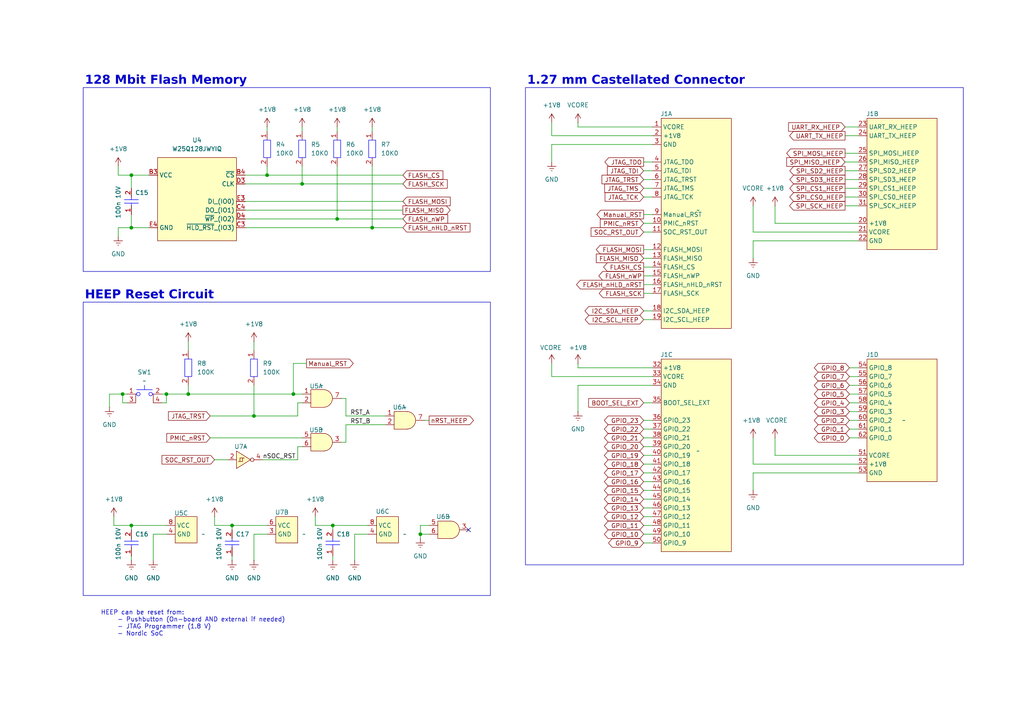
<source format=kicad_sch>
(kicad_sch (version 20231120) (generator "eeschema") (generator_version "8.0")
  (paper "A4")
  (lib_symbols
    (symbol "X-MODs_SchLib:CRCW0402100KFKEDC"
      (property "Reference" "R" (at -4.064 5.588 0))
      (property "Value" "100K" (at -4.064 3.302 0))
      (symbol "CRCW0402100KFKEDC_0_1"
        (rectangle (start -2.54 1.016) (end 2.54 -1.016) (stroke (width 0) (color 0 0 255 1)))
      )
      (symbol "CRCW0402100KFKEDC_1_1"
        (pin passive line (at -5.08 0 0) (length 2.54) (name "") (number "1"))
        (pin passive line (at 5.08 0 180) (length 2.54) (name "") (number "2"))
      )
    )
    (symbol "X-MODs_SchLib:CRCW040210K0FKEDHP"
      (property "Reference" "R" (at -4.064 5.588 0))
      (property "Value" "10K0" (at -4.064 3.302 0))
      (symbol "CRCW040210K0FKEDHP_0_1"
        (rectangle (start -2.54 1.016) (end 2.54 -1.016) (stroke (width 0) (color 0 0 255 1)))
      )
      (symbol "CRCW040210K0FKEDHP_1_1"
        (pin passive line (at -5.08 0 0) (length 2.54) (name "") (number "1"))
        (pin passive line (at 5.08 0 180) (length 2.54) (name "") (number "2"))
      )
    )
    (symbol "X-MODs_SchLib:GRM155R71A104JA01D"
      (property "Reference" "C" (at -4.826 5.588 0))
      (property "Value" "100n 10V" (at -4.826 3.302 0))
      (symbol "GRM155R71A104JA01D_1_1"
        (polyline (pts (xy -1.27 0) (xy -0.508 0)) (stroke (width 0) (color 0 0 255 1)))
        (polyline (pts (xy -0.508 2.032) (xy -0.508 -2.032)) (stroke (width 0) (color 0 0 255 1)))
        (polyline (pts (xy 0.508 2.032) (xy 0.508 -2.032)) (stroke (width 0) (color 0 0 255 1)))
        (polyline (pts (xy 1.27 0) (xy 0.508 0)) (stroke (width 0) (color 0 0 255 1)))
        (pin passive line (at -3.81 0 0) (length 2.54) (name "") (number "1"))
        (pin passive line (at 3.81 0 180) (length 2.54) (name "") (number "2"))
      )
    )
    (symbol "X-MODs_SchLib:HEEP_Board_Castellated_Conn_1.27mm" (in_bom no)
      (property "Reference" "J" (at 0.508 1.778 0))
      (symbol "HEEP_Board_Castellated_Conn_1.27mm_1_1"
        (rectangle (start 0 0) (end 20.32 -60.96) (stroke (width 0) (color 128 0 0 1)) (fill (type background)))
        (pin passive line (at -2.54 -2.54 0) (length 2.54) (name "VCORE") (number "1"))
        (pin passive line (at -2.54 -30.48 0) (length 2.54) (name "PMIC_nRST") (number "10"))
        (pin passive line (at -2.54 -33.02 0) (length 2.54) (name "SOC_RST_OUT") (number "11"))
        (pin passive line (at -2.54 -38.1 0) (length 2.54) (name "FLASH_MOSI") (number "12"))
        (pin passive line (at -2.54 -40.64 0) (length 2.54) (name "FLASH_MISO") (number "13"))
        (pin passive line (at -2.54 -43.18 0) (length 2.54) (name "FLASH_CS") (number "14"))
        (pin passive line (at -2.54 -45.72 0) (length 2.54) (name "FLASH_nWP") (number "15"))
        (pin passive line (at -2.54 -48.26 0) (length 2.54) (name "FLASH_nHLD_nRST") (number "16"))
        (pin passive line (at -2.54 -50.8 0) (length 2.54) (name "FLASH_SCK") (number "17"))
        (pin passive line (at -2.54 -55.88 0) (length 2.54) (name "I2C_SDA_HEEP") (number "18"))
        (pin passive line (at -2.54 -58.42 0) (length 2.54) (name "I2C_SCL_HEEP") (number "19"))
        (pin passive line (at -2.54 -5.08 0) (length 2.54) (name "+1V8") (number "2"))
        (pin passive line (at -2.54 -7.62 0) (length 2.54) (name "GND") (number "3"))
        (pin passive line (at -2.54 -12.7 0) (length 2.54) (name "JTAG_TDO") (number "4"))
        (pin passive line (at -2.54 -15.24 0) (length 2.54) (name "JTAG_TDI") (number "5"))
        (pin passive line (at -2.54 -17.78 0) (length 2.54) (name "JTAG_TRST") (number "6"))
        (pin passive line (at -2.54 -20.32 0) (length 2.54) (name "JTAG_TMS") (number "7"))
        (pin passive line (at -2.54 -22.86 0) (length 2.54) (name "JTAG_TCK") (number "8"))
        (pin passive line (at -2.54 -27.94 0) (length 2.54) (name "Manual_RST") (number "9"))
      )
      (symbol "HEEP_Board_Castellated_Conn_1.27mm_2_1"
        (rectangle (start 0 0) (end 20.32 -38.1) (stroke (width 0) (color 128 0 0 1)) (fill (type background)))
        (pin passive line (at -2.54 -30.48 0) (length 2.54) (name "+1V8") (number "20"))
        (pin passive line (at -2.54 -33.02 0) (length 2.54) (name "VCORE") (number "21"))
        (pin passive line (at -2.54 -35.56 0) (length 2.54) (name "GND") (number "22"))
        (pin passive line (at -2.54 -2.54 0) (length 2.54) (name "UART_RX_HEEP") (number "23"))
        (pin passive line (at -2.54 -5.08 0) (length 2.54) (name "UART_TX_HEEP") (number "24"))
        (pin passive line (at -2.54 -10.16 0) (length 2.54) (name "SPI_MOSI_HEEP") (number "25"))
        (pin passive line (at -2.54 -12.7 0) (length 2.54) (name "SPI_MISO_HEEP") (number "26"))
        (pin passive line (at -2.54 -15.24 0) (length 2.54) (name "SPI_SD2_HEEP") (number "27"))
        (pin passive line (at -2.54 -17.78 0) (length 2.54) (name "SPI_SD3_HEEP") (number "28"))
        (pin passive line (at -2.54 -20.32 0) (length 2.54) (name "SPI_CS1_HEEP") (number "29"))
        (pin passive line (at -2.54 -22.86 0) (length 2.54) (name "SPI_CS0_HEEP") (number "30"))
        (pin passive line (at -2.54 -25.4 0) (length 2.54) (name "SPI_SCK_HEEP") (number "31"))
      )
      (symbol "HEEP_Board_Castellated_Conn_1.27mm_3_1"
        (rectangle (start 0 0) (end 20.32 -55.88) (stroke (width 0) (color 128 0 0 1)) (fill (type background)))
        (pin passive line (at -2.54 -2.54 0) (length 2.54) (name "+1V8") (number "32"))
        (pin passive line (at -2.54 -5.08 0) (length 2.54) (name "VCORE") (number "33"))
        (pin passive line (at -2.54 -7.62 0) (length 2.54) (name "GND") (number "34"))
        (pin passive line (at -2.54 -12.7 0) (length 2.54) (name "BOOT_SEL_EXT") (number "35"))
        (pin passive line (at -2.54 -17.78 0) (length 2.54) (name "GPIO_23") (number "36"))
        (pin passive line (at -2.54 -20.32 0) (length 2.54) (name "GPIO_22") (number "37"))
        (pin passive line (at -2.54 -22.86 0) (length 2.54) (name "GPIO_21") (number "38"))
        (pin passive line (at -2.54 -25.4 0) (length 2.54) (name "GPIO_20") (number "39"))
        (pin passive line (at -2.54 -27.94 0) (length 2.54) (name "GPIO_19") (number "40"))
        (pin passive line (at -2.54 -30.48 0) (length 2.54) (name "GPIO_18") (number "41"))
        (pin passive line (at -2.54 -33.02 0) (length 2.54) (name "GPIO_17") (number "42"))
        (pin passive line (at -2.54 -35.56 0) (length 2.54) (name "GPIO_16") (number "43"))
        (pin passive line (at -2.54 -38.1 0) (length 2.54) (name "GPIO_15") (number "44"))
        (pin passive line (at -2.54 -40.64 0) (length 2.54) (name "GPIO_14") (number "45"))
        (pin passive line (at -2.54 -43.18 0) (length 2.54) (name "GPIO_13") (number "46"))
        (pin passive line (at -2.54 -45.72 0) (length 2.54) (name "GPIO_12") (number "47"))
        (pin passive line (at -2.54 -48.26 0) (length 2.54) (name "GPIO_11") (number "48"))
        (pin passive line (at -2.54 -50.8 0) (length 2.54) (name "GPIO_10") (number "49"))
        (pin passive line (at -2.54 -53.34 0) (length 2.54) (name "GPIO_9") (number "50"))
      )
      (symbol "HEEP_Board_Castellated_Conn_1.27mm_4_1"
        (rectangle (start 0 0) (end 20.32 -35.56) (stroke (width 0) (color 128 0 0 1)) (fill (type background)))
        (pin passive line (at -2.54 -27.94 0) (length 2.54) (name "VCORE") (number "51"))
        (pin passive line (at -2.54 -30.48 0) (length 2.54) (name "+1V8") (number "52"))
        (pin passive line (at -2.54 -33.02 0) (length 2.54) (name "GND") (number "53"))
        (pin passive line (at -2.54 -2.54 0) (length 2.54) (name "GPIO_8") (number "54"))
        (pin passive line (at -2.54 -5.08 0) (length 2.54) (name "GPIO_7") (number "55"))
        (pin passive line (at -2.54 -7.62 0) (length 2.54) (name "GPIO_6") (number "56"))
        (pin passive line (at -2.54 -10.16 0) (length 2.54) (name "GPIO_5") (number "57"))
        (pin passive line (at -2.54 -12.7 0) (length 2.54) (name "GPIO_4") (number "58"))
        (pin passive line (at -2.54 -15.24 0) (length 2.54) (name "GPIO_3") (number "59"))
        (pin passive line (at -2.54 -17.78 0) (length 2.54) (name "GPIO_2") (number "60"))
        (pin passive line (at -2.54 -20.32 0) (length 2.54) (name "GPIO_1") (number "61"))
        (pin passive line (at -2.54 -22.86 0) (length 2.54) (name "GPIO_0") (number "62"))
      )
    )
    (symbol "X-MODs_SchLib:SN74AUP1G14DSFR"
      (property "Reference" "U" (at 0.762 1.016 0))
      (symbol "SN74AUP1G14DSFR_1_1"
        (polyline (pts (xy 1.778 -2.032) (xy 2.286 -2.032)))
        (polyline (pts (xy 4.064 -2.54) (xy 0 -5.08) (xy 0 0) (xy 4.064 -2.54)) (fill (type background)))
        (polyline (pts (xy 0.508 -3.048) (xy 1.778 -3.048) (xy 1.778 -2.032) (xy 1.016 -2.032) (xy 1.016 -3.048)))
        (circle (center 4.572 -2.54) (radius 0.508))
        (pin passive line (at -2.54 -2.54 0) (length 2.54) (name "") (number "2"))
        (pin passive line (at 7.62 -2.54 180) (length 2.54) (name "") (number "4"))
      )
      (symbol "SN74AUP1G14DSFR_2_1"
        (rectangle (start 0 0) (end 6.35 -7.62) (stroke (width 0) (color 128 0 0 1)) (fill (type background)))
        (pin no_connect line (at 6.35 -1.27 180) (length 2.54) hide (name "") (number "1"))
        (pin passive line (at -2.54 -5.08 0) (length 2.54) (name "GND") (number "3"))
        (pin no_connect line (at 6.35 -6.35 180) (length 2.54) hide (name "") (number "5"))
        (pin passive line (at -2.54 -2.54 0) (length 2.54) (name "VCC") (number "6"))
      )
    )
    (symbol "X-MODs_SchLib:SN74AUP2G08DQER"
      (property "Reference" "U" (at 0.762 1.016 0))
      (symbol "SN74AUP2G08DQER_1_1"
        (polyline (pts (xy 3.81 -5.08) (xy 0 -5.08) (xy 0 0) (xy 3.81 0)) (fill (type background)))
        (arc (start 3.81 -5.08) (mid 6.2335 -2.54) (end 3.81 0) (fill (type background)))
        (pin passive line (at -2.54 -1.27 0) (length 2.54) (name "") (number "1"))
        (pin passive line (at -2.54 -3.81 0) (length 2.54) (name "") (number "2"))
        (pin passive line (at 8.89 -2.54 180) (length 2.54) (name "") (number "7"))
      )
      (symbol "SN74AUP2G08DQER_2_1"
        (polyline (pts (xy 3.81 -5.08) (xy 0 -5.08) (xy 0 0) (xy 3.81 0)) (fill (type background)))
        (arc (start 3.81 -5.08) (mid 6.2335 -2.54) (end 3.81 0) (fill (type background)))
        (pin passive line (at 8.89 -2.54 180) (length 2.54) (name "") (number "3"))
        (pin passive line (at -2.54 -1.27 0) (length 2.54) (name "") (number "5"))
        (pin passive line (at -2.54 -3.81 0) (length 2.54) (name "") (number "6"))
      )
      (symbol "SN74AUP2G08DQER_3_1"
        (rectangle (start 0 0) (end 6.35 -7.62) (stroke (width 0) (color 128 0 0 1)) (fill (type background)))
        (pin passive line (at -2.54 -5.08 0) (length 2.54) (name "GND") (number "4"))
        (pin passive line (at -2.54 -2.54 0) (length 2.54) (name "VCC") (number "8"))
      )
    )
    (symbol "X-MODs_SchLib:TL1030AF160AQJ"
      (property "Reference" "SW" (at -1.27 4.064 0))
      (symbol "TL1030AF160AQJ_0_1"
        (circle (center -1.778 0) (radius 0.508) (stroke (width 0) (color 0 0 255 1)))
        (polyline (pts (xy -2.54 -2.54) (xy -2.54 0)))
        (polyline (pts (xy -2.54 0) (xy -2.286 0)) (stroke (width 0) (color 0 0 255 1)))
        (polyline (pts (xy 2.54 -2.54) (xy 2.54 0)))
        (polyline (pts (xy 2.54 0) (xy 2.286 0)) (stroke (width 0) (color 0 0 255 1)))
        (circle (center 1.778 0) (radius 0.508) (stroke (width 0) (color 0 0 255 1)))
      )
      (symbol "TL1030AF160AQJ_1_1"
        (polyline (pts (xy -2.286 1.27) (xy 2.286 1.27)) (stroke (width 0) (color 0 0 255 1)))
        (polyline (pts (xy 0 2.54) (xy 0 1.27)) (stroke (width 0) (color 0 0 255 1)))
        (pin passive line (at -5.08 0 0) (length 2.54) (name "") (number "1"))
        (pin passive line (at 5.08 0 180) (length 2.54) (name "") (number "2"))
        (pin passive line (at -5.08 -2.54 0) (length 2.54) (name "") (number "3"))
        (pin passive line (at 5.08 -2.54 180) (length 2.54) (name "") (number "4"))
      )
    )
    (symbol "X-MODs_SchLib:W25Q128JWYIQ"
      (property "Reference" "U" (at -0.254 2.794 0))
      (property "Value" "W25Q128JWYIQ " (at -0.254 1.016 0))
      (symbol "W25Q128JWYIQ_0_1"
        (rectangle (start 0 0) (end 22.86 -24.13) (stroke (width 0) (color 128 0 0 1)) (fill (type background)))
      )
      (symbol "W25Q128JWYIQ_1_1"
        (pin no_connect line (at 17.78 0 270) (length 2.54) hide (name "NC") (number "A2"))
        (pin no_connect line (at 20.32 0 270) (length 2.54) hide (name "NC") (number "A5"))
        (pin no_connect line (at 17.145 -23.495 90) (length 2.54) hide (name "NC") (number "A6"))
        (pin no_connect line (at 14.605 -23.495 90) (length 2.54) hide (name "NC") (number "B1"))
        (pin passive line (at -2.54 -5.08 0) (length 2.54) (name "VCC") (number "B3"))
        (pin passive line (at 25.4 -5.08 180) (length 2.54) (name "~{CS}") (number "B4"))
        (pin no_connect line (at 12.065 -23.495 90) (length 2.54) hide (name "NC") (number "B6"))
        (pin no_connect line (at 2.54 0 270) (length 2.54) hide (name "NC") (number "C1"))
        (pin passive line (at 25.4 -20.32 180) (length 2.54) (name "~{HLD_RST}_(IO3)") (number "C3"))
        (pin passive line (at 25.4 -15.24 180) (length 2.54) (name "DO_(IO1)") (number "C4"))
        (pin no_connect line (at 5.08 0 270) (length 2.54) hide (name "NC") (number "C6"))
        (pin no_connect line (at 7.62 0 270) (length 2.54) hide (name "NC") (number "D1"))
        (pin passive line (at 25.4 -7.62 180) (length 2.54) (name "CLK") (number "D3"))
        (pin passive line (at 25.4 -17.78 180) (length 2.54) (name "~{WP}_(IO2)") (number "D4"))
        (pin no_connect line (at 10.16 0 270) (length 2.54) hide (name "NC") (number "D6"))
        (pin no_connect line (at 12.7 0 270) (length 2.54) hide (name "NC") (number "E1"))
        (pin passive line (at 25.4 -12.7 180) (length 2.54) (name "DI_(IO0)") (number "E3"))
        (pin passive line (at -2.54 -20.32 0) (length 2.54) (name "GND") (number "E4"))
        (pin no_connect line (at 15.24 0 270) (length 2.54) hide (name "NC") (number "E6"))
        (pin no_connect line (at 9.525 -23.495 90) (length 2.54) hide (name "NC") (number "F2"))
        (pin no_connect line (at 6.985 -23.495 90) (length 2.54) hide (name "NC") (number "F5"))
      )
    )
    (symbol "power:+1V8" (power) (pin_numbers hide) (pin_names (offset 0) hide)
      (property "Value" "+1V8" (at 0 3.556 0))
      (symbol "+1V8_0_1"
        (polyline (pts (xy -0.762 1.27) (xy 0 2.54)))
        (polyline (pts (xy 0 0) (xy 0 2.54)))
        (polyline (pts (xy 0 2.54) (xy 0.762 1.27)))
      )
      (symbol "+1V8_1_1"
        (pin power_in line (at 0 0 90) (length 0) (name "~") (number "1"))
      )
    )
    (symbol "power:Earth" (power) (pin_numbers hide) (pin_names (offset 0) hide)
      (property "Value" "Earth" (at 0 -3.81 0))
      (symbol "Earth_0_1"
        (polyline (pts (xy -0.635 -1.905) (xy 0.635 -1.905)))
        (polyline (pts (xy -0.127 -2.54) (xy 0.127 -2.54)))
        (polyline (pts (xy 0 -1.27) (xy 0 0)))
        (polyline (pts (xy 1.27 -1.27) (xy -1.27 -1.27)))
      )
      (symbol "Earth_1_1"
        (pin power_in line (at 0 0 270) (length 0) (name "~") (number "1"))
      )
    )
  )
  (junction (at 85.09 114.3))
  (junction (at 87.63 53.34))
  (junction (at 121.92 154.94))
  (junction (at 96.52 152.4))
  (junction (at 35.56 114.3))
  (junction (at 97.79 63.5))
  (junction (at 38.1 50.8))
  (junction (at 107.95 66.04))
  (junction (at 38.1 66.04))
  (junction (at 67.31 152.4))
  (junction (at 54.61 114.3))
  (junction (at 73.66 120.65))
  (junction (at 38.1 152.4))
  (junction (at 48.26 114.3))
  (junction (at 77.47 50.8))
  (no_connect (at 135.89 153.67))
  (wire (pts (xy 186.69 46.99) (xy 189.23 46.99)))
  (wire (pts (xy 91.44 152.4) (xy 96.52 152.4)))
  (wire (pts (xy 218.44 67.31) (xy 248.92 67.31)))
  (wire (pts (xy 123.19 121.92) (xy 124.46 121.92)))
  (wire (pts (xy 38.1 152.4) (xy 48.26 152.4)))
  (wire (pts (xy 160.02 46.99) (xy 160.02 41.91)))
  (wire (pts (xy 186.69 134.62) (xy 189.23 134.62)))
  (wire (pts (xy 88.9 105.41) (xy 85.09 105.41)))
  (wire (pts (xy 186.69 157.48) (xy 189.23 157.48)))
  (wire (pts (xy 73.66 99.06) (xy 73.66 101.6)))
  (wire (pts (xy 44.45 154.94) (xy 48.26 154.94)))
  (wire (pts (xy 86.36 129.54) (xy 86.36 133.35)))
  (wire (pts (xy 38.1 161.29) (xy 38.1 162.56)))
  (wire (pts (xy 167.64 36.83) (xy 189.23 36.83)))
  (wire (pts (xy 87.63 48.26) (xy 87.63 53.34)))
  (wire (pts (xy 86.36 129.54) (xy 87.63 129.54)))
  (wire (pts (xy 186.69 57.15) (xy 189.23 57.15)))
  (wire (pts (xy 186.69 54.61) (xy 189.23 54.61)))
  (wire (pts (xy 100.33 115.57) (xy 100.33 120.65)))
  (wire (pts (xy 116.84 58.42) (xy 71.12 58.42)))
  (wire (pts (xy 124.46 154.94) (xy 121.92 154.94)))
  (wire (pts (xy 186.69 154.94) (xy 189.23 154.94)))
  (wire (pts (xy 167.64 111.76) (xy 167.64 119.38)))
  (wire (pts (xy 245.11 49.53) (xy 248.92 49.53)))
  (wire (pts (xy 62.23 152.4) (xy 67.31 152.4)))
  (wire (pts (xy 87.63 53.34) (xy 71.12 53.34)))
  (wire (pts (xy 160.02 39.37) (xy 189.23 39.37)))
  (wire (pts (xy 73.66 154.94) (xy 73.66 162.56)))
  (wire (pts (xy 167.64 106.68) (xy 189.23 106.68)))
  (wire (pts (xy 246.38 109.22) (xy 248.92 109.22)))
  (wire (pts (xy 160.02 39.37) (xy 160.02 35.56)))
  (wire (pts (xy 76.2 133.35) (xy 86.36 133.35)))
  (wire (pts (xy 186.69 152.4) (xy 189.23 152.4)))
  (wire (pts (xy 246.38 121.92) (xy 248.92 121.92)))
  (wire (pts (xy 116.84 50.8) (xy 77.47 50.8)))
  (wire (pts (xy 87.63 36.83) (xy 87.63 38.1)))
  (wire (pts (xy 97.79 63.5) (xy 116.84 63.5)))
  (wire (pts (xy 48.26 114.3) (xy 48.26 116.84)))
  (wire (pts (xy 186.69 62.23) (xy 189.23 62.23)))
  (wire (pts (xy 245.11 52.07) (xy 248.92 52.07)))
  (wire (pts (xy 38.1 62.23) (xy 38.1 66.04)))
  (wire (pts (xy 91.44 149.86) (xy 91.44 152.4)))
  (wire (pts (xy 186.69 67.31) (xy 189.23 67.31)))
  (wire (pts (xy 186.69 129.54) (xy 189.23 129.54)))
  (wire (pts (xy 246.38 116.84) (xy 248.92 116.84)))
  (wire (pts (xy 116.84 60.96) (xy 71.12 60.96)))
  (wire (pts (xy 97.79 36.83) (xy 97.79 38.1)))
  (wire (pts (xy 99.06 115.57) (xy 100.33 115.57)))
  (wire (pts (xy 121.92 154.94) (xy 121.92 156.21)))
  (wire (pts (xy 71.12 66.04) (xy 107.95 66.04)))
  (wire (pts (xy 245.11 59.69) (xy 248.92 59.69)))
  (wire (pts (xy 107.95 66.04) (xy 116.84 66.04)))
  (wire (pts (xy 107.95 48.26) (xy 107.95 66.04)))
  (wire (pts (xy 218.44 134.62) (xy 218.44 127)))
  (wire (pts (xy 186.69 144.78) (xy 189.23 144.78)))
  (wire (pts (xy 186.69 147.32) (xy 189.23 147.32)))
  (wire (pts (xy 246.38 127) (xy 248.92 127)))
  (wire (pts (xy 102.87 154.94) (xy 102.87 162.56)))
  (wire (pts (xy 186.69 85.09) (xy 189.23 85.09)))
  (wire (pts (xy 160.02 109.22) (xy 189.23 109.22)))
  (wire (pts (xy 38.1 50.8) (xy 43.18 50.8)))
  (wire (pts (xy 67.31 152.4) (xy 77.47 152.4)))
  (wire (pts (xy 167.64 111.76) (xy 189.23 111.76)))
  (wire (pts (xy 100.33 120.65) (xy 111.76 120.65)))
  (wire (pts (xy 34.29 48.26) (xy 34.29 50.8)))
  (wire (pts (xy 186.69 137.16) (xy 189.23 137.16)))
  (wire (pts (xy 86.36 120.65) (xy 86.36 116.84)))
  (wire (pts (xy 33.02 152.4) (xy 38.1 152.4)))
  (wire (pts (xy 96.52 152.4) (xy 96.52 153.67)))
  (wire (pts (xy 54.61 99.06) (xy 54.61 101.6)))
  (wire (pts (xy 97.79 48.26) (xy 97.79 63.5)))
  (wire (pts (xy 54.61 114.3) (xy 54.61 111.76)))
  (wire (pts (xy 186.69 77.47) (xy 189.23 77.47)))
  (wire (pts (xy 186.69 49.53) (xy 189.23 49.53)))
  (wire (pts (xy 38.1 152.4) (xy 38.1 153.67)))
  (wire (pts (xy 186.69 80.01) (xy 189.23 80.01)))
  (wire (pts (xy 35.56 114.3) (xy 35.56 116.84)))
  (wire (pts (xy 167.64 105.41) (xy 167.64 106.68)))
  (wire (pts (xy 107.95 36.83) (xy 107.95 38.1)))
  (wire (pts (xy 77.47 50.8) (xy 71.12 50.8)))
  (wire (pts (xy 116.84 53.34) (xy 87.63 53.34)))
  (wire (pts (xy 48.26 114.3) (xy 54.61 114.3)))
  (wire (pts (xy 186.69 74.93) (xy 189.23 74.93)))
  (wire (pts (xy 186.69 92.71) (xy 189.23 92.71)))
  (wire (pts (xy 246.38 106.68) (xy 248.92 106.68)))
  (wire (pts (xy 186.69 124.46) (xy 189.23 124.46)))
  (wire (pts (xy 246.38 114.3) (xy 248.92 114.3)))
  (wire (pts (xy 96.52 161.29) (xy 96.52 162.56)))
  (wire (pts (xy 85.09 114.3) (xy 87.63 114.3)))
  (wire (pts (xy 224.79 64.77) (xy 224.79 59.69)))
  (wire (pts (xy 218.44 67.31) (xy 218.44 59.69)))
  (wire (pts (xy 77.47 36.83) (xy 77.47 38.1)))
  (wire (pts (xy 186.69 90.17) (xy 189.23 90.17)))
  (wire (pts (xy 224.79 132.08) (xy 224.79 127)))
  (wire (pts (xy 218.44 74.93) (xy 218.44 69.85)))
  (wire (pts (xy 33.02 149.86) (xy 33.02 152.4)))
  (wire (pts (xy 245.11 36.83) (xy 248.92 36.83)))
  (wire (pts (xy 96.52 152.4) (xy 106.68 152.4)))
  (wire (pts (xy 62.23 133.35) (xy 66.04 133.35)))
  (wire (pts (xy 99.06 128.27) (xy 100.33 128.27)))
  (wire (pts (xy 36.83 116.84) (xy 35.56 116.84)))
  (wire (pts (xy 62.23 149.86) (xy 62.23 152.4)))
  (wire (pts (xy 186.69 52.07) (xy 189.23 52.07)))
  (wire (pts (xy 224.79 64.77) (xy 248.92 64.77)))
  (wire (pts (xy 167.64 36.83) (xy 167.64 35.56)))
  (wire (pts (xy 38.1 50.8) (xy 38.1 54.61)))
  (wire (pts (xy 71.12 63.5) (xy 97.79 63.5)))
  (wire (pts (xy 246.38 124.46) (xy 248.92 124.46)))
  (wire (pts (xy 86.36 116.84) (xy 87.63 116.84)))
  (wire (pts (xy 73.66 111.76) (xy 73.66 120.65)))
  (wire (pts (xy 186.69 121.92) (xy 189.23 121.92)))
  (wire (pts (xy 35.56 114.3) (xy 31.75 114.3)))
  (wire (pts (xy 186.69 82.55) (xy 189.23 82.55)))
  (wire (pts (xy 186.69 149.86) (xy 189.23 149.86)))
  (wire (pts (xy 73.66 120.65) (xy 86.36 120.65)))
  (wire (pts (xy 67.31 161.29) (xy 67.31 162.56)))
  (wire (pts (xy 73.66 154.94) (xy 77.47 154.94)))
  (wire (pts (xy 186.69 132.08) (xy 189.23 132.08)))
  (wire (pts (xy 46.99 116.84) (xy 48.26 116.84)))
  (wire (pts (xy 186.69 72.39) (xy 189.23 72.39)))
  (wire (pts (xy 60.96 127) (xy 87.63 127)))
  (wire (pts (xy 224.79 132.08) (xy 248.92 132.08)))
  (wire (pts (xy 31.75 114.3) (xy 31.75 118.11)))
  (wire (pts (xy 60.96 120.65) (xy 73.66 120.65)))
  (wire (pts (xy 54.61 114.3) (xy 85.09 114.3)))
  (wire (pts (xy 100.33 128.27) (xy 100.33 123.19)))
  (wire (pts (xy 186.69 139.7) (xy 189.23 139.7)))
  (wire (pts (xy 124.46 152.4) (xy 121.92 152.4)))
  (wire (pts (xy 218.44 69.85) (xy 248.92 69.85)))
  (wire (pts (xy 186.69 142.24) (xy 189.23 142.24)))
  (wire (pts (xy 245.11 46.99) (xy 248.92 46.99)))
  (wire (pts (xy 246.38 111.76) (xy 248.92 111.76)))
  (wire (pts (xy 160.02 41.91) (xy 189.23 41.91)))
  (wire (pts (xy 245.11 39.37) (xy 248.92 39.37)))
  (wire (pts (xy 77.47 48.26) (xy 77.47 50.8)))
  (wire (pts (xy 218.44 137.16) (xy 248.92 137.16)))
  (wire (pts (xy 218.44 134.62) (xy 248.92 134.62)))
  (wire (pts (xy 245.11 57.15) (xy 248.92 57.15)))
  (wire (pts (xy 35.56 114.3) (xy 36.83 114.3)))
  (wire (pts (xy 46.99 114.3) (xy 48.26 114.3)))
  (wire (pts (xy 245.11 44.45) (xy 248.92 44.45)))
  (wire (pts (xy 245.11 54.61) (xy 248.92 54.61)))
  (wire (pts (xy 102.87 154.94) (xy 106.68 154.94)))
  (wire (pts (xy 85.09 105.41) (xy 85.09 114.3)))
  (wire (pts (xy 186.69 116.84) (xy 189.23 116.84)))
  (wire (pts (xy 160.02 105.41) (xy 160.02 109.22)))
  (wire (pts (xy 38.1 66.04) (xy 43.18 66.04)))
  (wire (pts (xy 186.69 64.77) (xy 189.23 64.77)))
  (wire (pts (xy 44.45 154.94) (xy 44.45 162.56)))
  (wire (pts (xy 34.29 66.04) (xy 38.1 66.04)))
  (wire (pts (xy 218.44 142.24) (xy 218.44 137.16)))
  (wire (pts (xy 246.38 119.38) (xy 248.92 119.38)))
  (wire (pts (xy 100.33 123.19) (xy 111.76 123.19)))
  (wire (pts (xy 34.29 50.8) (xy 38.1 50.8)))
  (wire (pts (xy 67.31 152.4) (xy 67.31 153.67)))
  (wire (pts (xy 121.92 152.4) (xy 121.92 154.94)))
  (wire (pts (xy 34.29 68.58) (xy 34.29 66.04)))
  (wire (pts (xy 186.69 127) (xy 189.23 127)))
  (rectangle (start 152.4 25.4) (end 279.4 163.83))
  (rectangle (start 24.13 25.4) (end 142.24 78.74))
  (rectangle (start 24.13 87.63) (end 142.24 172.72))
  (text "HEEP Reset Circuit" (at 24.638 86.36 0) (effects (font (size 2.54 2.54) (thickness 0.254) (bold yes) (italic yes)) (justify left)))
  (text "HEEP can be reset from:\n	- Pushbutton (On-board AND external if needed)\n	- JTAG Programmer (1.8 V)\n	- Nordic SoC" (at 29.21 180.848 0) (effects (font (size 1.27 1.27)) (justify left)))
  (text "1.27 mm Castellated Connector" (at 152.908 24.13 0) (effects (font (size 2.54 2.54) (thickness 0.254) (bold yes) (italic yes)) (justify left)))
  (text "128 Mbit Flash Memory" (at 24.638 24.13 0) (effects (font (size 2.54 2.54) (thickness 0.254) (bold yes) (italic yes)) (justify left)))
  (label "nSOC_RST" (at 76.2 133.35 0))
  (label "RST_A" (at 101.6 120.65 0))
  (label "RST_B" (at 101.6 123.19 0))
  (global_label "JTAG_TRST" (shape input) (at 186.69 52.07 180) (property "Intersheetrefs" "${INTERSHEET_REFS}" (effects (hide yes))))
  (global_label "GPIO_3" (shape bidirectional) (at 246.38 119.38 180) (property "Intersheetrefs" "${INTERSHEET_REFS}" (effects (hide yes))))
  (global_label "Manual_RST" (shape output) (at 186.69 62.23 180) (property "Intersheetrefs" "${INTERSHEET_REFS}" (effects (hide yes))))
  (global_label "SOC_RST_OUT" (shape input) (at 62.23 133.35 180) (property "Intersheetrefs" "${INTERSHEET_REFS}" (effects (hide yes))))
  (global_label "GPIO_5" (shape bidirectional) (at 246.38 114.3 180) (property "Intersheetrefs" "${INTERSHEET_REFS}" (effects (hide yes))))
  (global_label "SPI_MOSI_HEEP" (shape output) (at 245.11 44.45 180) (property "Intersheetrefs" "${INTERSHEET_REFS}" (effects (hide yes))))
  (global_label "JTAG_TMS" (shape input) (at 186.69 54.61 180) (property "Intersheetrefs" "${INTERSHEET_REFS}" (effects (hide yes))))
  (global_label "GPIO_19" (shape bidirectional) (at 186.69 132.08 180) (property "Intersheetrefs" "${INTERSHEET_REFS}" (effects (hide yes))))
  (global_label "Manual_RST" (shape output) (at 88.9 105.41 0) (property "Intersheetrefs" "${INTERSHEET_REFS}" (effects (hide yes))))
  (global_label "SPI_SCK_HEEP" (shape output) (at 245.11 59.69 180) (property "Intersheetrefs" "${INTERSHEET_REFS}" (effects (hide yes))))
  (global_label "FLASH_CS" (shape output) (at 186.69 77.47 180) (property "Intersheetrefs" "${INTERSHEET_REFS}" (effects (hide yes))))
  (global_label "FLASH_nHLD_nRST" (shape input) (at 116.84 66.04 0) (property "Intersheetrefs" "${INTERSHEET_REFS}" (effects (hide yes))))
  (global_label "GPIO_4" (shape bidirectional) (at 246.38 116.84 180) (property "Intersheetrefs" "${INTERSHEET_REFS}" (effects (hide yes))))
  (global_label "I2C_SCL_HEEP" (shape bidirectional) (at 186.69 92.71 180) (property "Intersheetrefs" "${INTERSHEET_REFS}" (effects (hide yes))))
  (global_label "FLASH_MISO" (shape output) (at 116.84 60.96 0) (property "Intersheetrefs" "${INTERSHEET_REFS}" (effects (hide yes))))
  (global_label "GPIO_7" (shape bidirectional) (at 246.38 109.22 180) (property "Intersheetrefs" "${INTERSHEET_REFS}" (effects (hide yes))))
  (global_label "GPIO_0" (shape bidirectional) (at 246.38 127 180) (property "Intersheetrefs" "${INTERSHEET_REFS}" (effects (hide yes))))
  (global_label "BOOT_SEL_EXT" (shape input) (at 186.69 116.84 180) (property "Intersheetrefs" "${INTERSHEET_REFS}" (effects (hide yes))))
  (global_label "FLASH_MOSI" (shape output) (at 186.69 72.39 180) (property "Intersheetrefs" "${INTERSHEET_REFS}" (effects (hide yes))))
  (global_label "GPIO_17" (shape bidirectional) (at 186.69 137.16 180) (property "Intersheetrefs" "${INTERSHEET_REFS}" (effects (hide yes))))
  (global_label "UART_TX_HEEP" (shape output) (at 245.11 39.37 180) (property "Intersheetrefs" "${INTERSHEET_REFS}" (effects (hide yes))))
  (global_label "SPI_MISO_HEEP" (shape input) (at 245.11 46.99 180) (property "Intersheetrefs" "${INTERSHEET_REFS}" (effects (hide yes))))
  (global_label "FLASH_nWP" (shape input) (at 116.84 63.5 0) (property "Intersheetrefs" "${INTERSHEET_REFS}" (effects (hide yes))))
  (global_label "GPIO_20" (shape bidirectional) (at 186.69 129.54 180) (property "Intersheetrefs" "${INTERSHEET_REFS}" (effects (hide yes))))
  (global_label "GPIO_6" (shape bidirectional) (at 246.38 111.76 180) (property "Intersheetrefs" "${INTERSHEET_REFS}" (effects (hide yes))))
  (global_label "FLASH_MOSI" (shape input) (at 116.84 58.42 0) (property "Intersheetrefs" "${INTERSHEET_REFS}" (effects (hide yes))))
  (global_label "JTAG_TDO" (shape output) (at 186.69 46.99 180) (property "Intersheetrefs" "${INTERSHEET_REFS}" (effects (hide yes))))
  (global_label "GPIO_1" (shape bidirectional) (at 246.38 124.46 180) (property "Intersheetrefs" "${INTERSHEET_REFS}" (effects (hide yes))))
  (global_label "GPIO_21" (shape bidirectional) (at 186.69 127 180) (property "Intersheetrefs" "${INTERSHEET_REFS}" (effects (hide yes))))
  (global_label "SOC_RST_OUT" (shape input) (at 186.69 67.31 180) (property "Intersheetrefs" "${INTERSHEET_REFS}" (effects (hide yes))))
  (global_label "GPIO_16" (shape bidirectional) (at 186.69 139.7 180) (property "Intersheetrefs" "${INTERSHEET_REFS}" (effects (hide yes))))
  (global_label "GPIO_18" (shape bidirectional) (at 186.69 134.62 180) (property "Intersheetrefs" "${INTERSHEET_REFS}" (effects (hide yes))))
  (global_label "FLASH_MISO" (shape input) (at 186.69 74.93 180) (property "Intersheetrefs" "${INTERSHEET_REFS}" (effects (hide yes))))
  (global_label "GPIO_11" (shape bidirectional) (at 186.69 152.4 180) (property "Intersheetrefs" "${INTERSHEET_REFS}" (effects (hide yes))))
  (global_label "GPIO_12" (shape bidirectional) (at 186.69 149.86 180) (property "Intersheetrefs" "${INTERSHEET_REFS}" (effects (hide yes))))
  (global_label "SPI_SD3_HEEP" (shape output) (at 245.11 52.07 180) (property "Intersheetrefs" "${INTERSHEET_REFS}" (effects (hide yes))))
  (global_label "JTAG_TDI" (shape input) (at 186.69 49.53 180) (property "Intersheetrefs" "${INTERSHEET_REFS}" (effects (hide yes))))
  (global_label "GPIO_23" (shape bidirectional) (at 186.69 121.92 180) (property "Intersheetrefs" "${INTERSHEET_REFS}" (effects (hide yes))))
  (global_label "GPIO_13" (shape bidirectional) (at 186.69 147.32 180) (property "Intersheetrefs" "${INTERSHEET_REFS}" (effects (hide yes))))
  (global_label "GPIO_10" (shape bidirectional) (at 186.69 154.94 180) (property "Intersheetrefs" "${INTERSHEET_REFS}" (effects (hide yes))))
  (global_label "GPIO_2" (shape bidirectional) (at 246.38 121.92 180) (property "Intersheetrefs" "${INTERSHEET_REFS}" (effects (hide yes))))
  (global_label "GPIO_8" (shape bidirectional) (at 246.38 106.68 180) (property "Intersheetrefs" "${INTERSHEET_REFS}" (effects (hide yes))))
  (global_label "GPIO_14" (shape bidirectional) (at 186.69 144.78 180) (property "Intersheetrefs" "${INTERSHEET_REFS}" (effects (hide yes))))
  (global_label "JTAG_TRST" (shape input) (at 60.96 120.65 180) (property "Intersheetrefs" "${INTERSHEET_REFS}" (effects (hide yes))))
  (global_label "SPI_CS1_HEEP" (shape output) (at 245.11 54.61 180) (property "Intersheetrefs" "${INTERSHEET_REFS}" (effects (hide yes))))
  (global_label "GPIO_9" (shape bidirectional) (at 186.69 157.48 180) (property "Intersheetrefs" "${INTERSHEET_REFS}" (effects (hide yes))))
  (global_label "SPI_SD2_HEEP" (shape output) (at 245.11 49.53 180) (property "Intersheetrefs" "${INTERSHEET_REFS}" (effects (hide yes))))
  (global_label "FLASH_SCK" (shape output) (at 186.69 85.09 180) (property "Intersheetrefs" "${INTERSHEET_REFS}" (effects (hide yes))))
  (global_label "GPIO_15" (shape bidirectional) (at 186.69 142.24 180) (property "Intersheetrefs" "${INTERSHEET_REFS}" (effects (hide yes))))
  (global_label "GPIO_22" (shape bidirectional) (at 186.69 124.46 180) (property "Intersheetrefs" "${INTERSHEET_REFS}" (effects (hide yes))))
  (global_label "FLASH_CS" (shape input) (at 116.84 50.8 0) (property "Intersheetrefs" "${INTERSHEET_REFS}" (effects (hide yes))))
  (global_label "PMIC_nRST" (shape input) (at 60.96 127 180) (property "Intersheetrefs" "${INTERSHEET_REFS}" (effects (hide yes))))
  (global_label "SPI_CS0_HEEP" (shape output) (at 245.11 57.15 180) (property "Intersheetrefs" "${INTERSHEET_REFS}" (effects (hide yes))))
  (global_label "FLASH_nHLD_nRST" (shape output) (at 186.69 82.55 180) (property "Intersheetrefs" "${INTERSHEET_REFS}" (effects (hide yes))))
  (global_label "FLASH_SCK" (shape input) (at 116.84 53.34 0) (property "Intersheetrefs" "${INTERSHEET_REFS}" (effects (hide yes))))
  (global_label "JTAG_TCK" (shape input) (at 186.69 57.15 180) (property "Intersheetrefs" "${INTERSHEET_REFS}" (effects (hide yes))))
  (global_label "UART_RX_HEEP" (shape input) (at 245.11 36.83 180) (property "Intersheetrefs" "${INTERSHEET_REFS}" (effects (hide yes))))
  (global_label "FLASH_nWP" (shape output) (at 186.69 80.01 180) (property "Intersheetrefs" "${INTERSHEET_REFS}" (effects (hide yes))))
  (global_label "I2C_SDA_HEEP" (shape bidirectional) (at 186.69 90.17 180) (property "Intersheetrefs" "${INTERSHEET_REFS}" (effects (hide yes))))
  (global_label "nRST_HEEP" (shape output) (at 124.46 121.92 0) (property "Intersheetrefs" "${INTERSHEET_REFS}" (effects (hide yes))))
  (global_label "PMIC_nRST" (shape input) (at 186.69 64.77 180) (property "Intersheetrefs" "${INTERSHEET_REFS}" (effects (hide yes))))
  (symbol (lib_id "power:+1V8") (at 97.79 36.83 0) (unit 1)
    (property "Reference" "#PWR023" (effects (hide yes)))
    (property "Value" "+1V8" (at 97.79 31.75 0))
    (property "Description" "Power symbol creates a global label with name \"+1V8\"" (effects (hide yes)))
  )
  (symbol (lib_id "X-MODs_SchLib:SN74AUP2G08DQER") (at 50.8 149.86 0) (unit 3)
    (property "Reference" "U5" (at 50.546 148.844 0) (effects (justify left)))
    (property "Value" "~" (at 58.42 154.94 0) (effects (justify left)))
    (property "Footprint" "X-MODs_PcbLib:X2SON-8" (effects (hide yes)))
    (property "Datasheet" "https://www.ti.com/lit/gpn/sn74aup2g08" (effects (hide yes)))
    (property "Description" "Logic Gates Low-Pwr Dual 2-Inp Pos-AND Gate" (effects (hide yes)))
  )
  (symbol (lib_id "X-MODs_SchLib:GRM155R71A104JA01D") (at 67.31 157.48 90) (unit 1)
    (property "Reference" "C17" (at 70.358 154.94 90))
    (property "Value" "100n 10V" (at 63.5 157.734 0))
    (property "Footprint" "X-MODs_PcbLib:C0402" (effects (hide yes)))
    (property "Datasheet" "https://www.mouser.es/datasheet/2/281/1/GRM155R71A104JA01_01A-1984196.pdf" (effects (hide yes)))
    (property "Description" "Multilayer Ceramic Capacitors MLCC - SMD/SMT 0.1 uF 10 VDC 5% 0402 X7R" (effects (hide yes)))
  )
  (symbol (lib_id "power:+1V8") (at 160.02 105.41 0) (unit 1)
    (property "Reference" "#PWR033" (effects (hide yes)))
    (property "Value" "VCORE" (at 159.766 100.838 0))
    (property "Description" "Power symbol creates a global label with name \"+1V8\"" (effects (hide yes)))
  )
  (symbol (lib_id "X-MODs_SchLib:CRCW040210K0FKEDHP") (at 87.63 43.18 270) (unit 1)
    (property "Reference" "R5" (at 90.17 41.9099 90) (effects (justify left)))
    (property "Value" "10K0" (at 90.17 44.4499 90) (effects (justify left)))
    (property "Footprint" "X-MODs_PcbLib:R0402" (effects (hide yes)))
    (property "Datasheet" "https://www.vishay.com/doc?20043" (effects (hide yes)))
    (property "Description" "Thick Film Resistors - SMD 0.2W 10Kohms 1% High Power AEC-Q200" (effects (hide yes)))
  )
  (symbol (lib_id "X-MODs_SchLib:GRM155R71A104JA01D") (at 38.1 58.42 90) (unit 1)
    (property "Reference" "C15" (at 41.148 55.88 90))
    (property "Value" "100n 10V" (at 34.29 58.674 0))
    (property "Footprint" "X-MODs_PcbLib:C0402" (effects (hide yes)))
    (property "Datasheet" "https://www.mouser.es/datasheet/2/281/1/GRM155R71A104JA01_01A-1984196.pdf" (effects (hide yes)))
    (property "Description" "Multilayer Ceramic Capacitors MLCC - SMD/SMT 0.1 uF 10 VDC 5% 0402 X7R" (effects (hide yes)))
  )
  (symbol (lib_id "power:Earth") (at 96.52 162.56 0) (mirror y) (unit 1)
    (property "Reference" "#PWR048" (effects (hide yes)))
    (property "Value" "GND" (at 96.52 167.64 0))
    (property "Description" "Power symbol creates a global label with name \"Earth\"" (effects (hide yes)))
  )
  (symbol (lib_id "power:+1V8") (at 33.02 149.86 0) (unit 1)
    (property "Reference" "#PWR040" (effects (hide yes)))
    (property "Value" "+1V8" (at 33.02 144.78 0))
    (property "Description" "Power symbol creates a global label with name \"+1V8\"" (effects (hide yes)))
  )
  (symbol (lib_id "X-MODs_SchLib:CRCW0402100KFKEDC") (at 54.61 106.68 270) (unit 1)
    (property "Reference" "R8" (at 57.15 105.4099 90) (effects (justify left)))
    (property "Value" "100K" (at 57.15 107.9499 90) (effects (justify left)))
    (property "Footprint" "X-MODs_PcbLib:R0402" (effects (hide yes)))
    (property "Datasheet" "https://www.vishay.com/doc?28773" (effects (hide yes)))
    (property "Description" "Thick Film Resistors - SMD 1/16watt 100Kohms 1% Commercial Use" (effects (hide yes)))
  )
  (symbol (lib_id "power:Earth") (at 67.31 162.56 0) (mirror y) (unit 1)
    (property "Reference" "#PWR046" (effects (hide yes)))
    (property "Value" "GND" (at 67.31 167.64 0))
    (property "Description" "Power symbol creates a global label with name \"Earth\"" (effects (hide yes)))
  )
  (symbol (lib_id "power:+1V8") (at 34.29 48.26 0) (unit 1)
    (property "Reference" "#PWR026" (effects (hide yes)))
    (property "Value" "+1V8" (at 34.29 43.18 0))
    (property "Description" "Power symbol creates a global label with name \"+1V8\"" (effects (hide yes)))
  )
  (symbol (lib_id "X-MODs_SchLib:SN74AUP2G08DQER") (at 127 151.13 0) (unit 2)
    (property "Reference" "U6" (at 128.524 149.86 0))
    (property "Value" "~" (at 130.175 149.86 0))
    (property "Footprint" "X-MODs_PcbLib:X2SON-8" (effects (hide yes)))
    (property "Datasheet" "https://www.ti.com/lit/gpn/sn74aup2g08" (effects (hide yes)))
    (property "Description" "Logic Gates Low-Pwr Dual 2-Inp Pos-AND Gate" (effects (hide yes)))
  )
  (symbol (lib_id "X-MODs_SchLib:GRM155R71A104JA01D") (at 96.52 157.48 90) (unit 1)
    (property "Reference" "C18" (at 99.568 154.94 90))
    (property "Value" "100n 10V" (at 92.71 157.734 0))
    (property "Footprint" "X-MODs_PcbLib:C0402" (effects (hide yes)))
    (property "Datasheet" "https://www.mouser.es/datasheet/2/281/1/GRM155R71A104JA01_01A-1984196.pdf" (effects (hide yes)))
    (property "Description" "Multilayer Ceramic Capacitors MLCC - SMD/SMT 0.1 uF 10 VDC 5% 0402 X7R" (effects (hide yes)))
  )
  (symbol (lib_id "power:+1V8") (at 73.66 99.06 0) (unit 1)
    (property "Reference" "#PWR032" (effects (hide yes)))
    (property "Value" "+1V8" (at 73.66 93.98 0))
    (property "Description" "Power symbol creates a global label with name \"+1V8\"" (effects (hide yes)))
  )
  (symbol (lib_id "X-MODs_SchLib:SN74AUP1G14DSFR") (at 80.01 149.86 0) (unit 2)
    (property "Reference" "U7" (at 79.756 148.59 0) (effects (justify left)))
    (property "Value" "~" (at 87.63 154.94 0) (effects (justify left)))
    (property "Footprint" "X-MODs_PcbLib:X2SON-6" (effects (hide yes)))
    (property "Datasheet" "https://www.ti.com/lit/gpn/sn74aup1g14" (effects (hide yes)))
    (property "Description" "Inverters Low-Pwr Sgl Schmitt- Trigger Inverter" (effects (hide yes)))
  )
  (symbol (lib_id "power:Earth") (at 121.92 156.21 0) (mirror y) (unit 1)
    (property "Reference" "#PWR043" (effects (hide yes)))
    (property "Value" "GND" (at 121.92 161.29 0))
    (property "Description" "Power symbol creates a global label with name \"Earth\"" (effects (hide yes)))
  )
  (symbol (lib_id "X-MODs_SchLib:SN74AUP2G08DQER") (at 114.3 119.38 0) (unit 1)
    (property "Reference" "U6" (at 115.824 118.11 0))
    (property "Value" "~" (at 117.475 118.11 0))
    (property "Footprint" "X-MODs_PcbLib:X2SON-8" (effects (hide yes)))
    (property "Datasheet" "https://www.ti.com/lit/gpn/sn74aup2g08" (effects (hide yes)))
    (property "Description" "Logic Gates Low-Pwr Dual 2-Inp Pos-AND Gate" (effects (hide yes)))
  )
  (symbol (lib_id "power:+1V8") (at 62.23 149.86 0) (unit 1)
    (property "Reference" "#PWR041" (effects (hide yes)))
    (property "Value" "+1V8" (at 62.23 144.78 0))
    (property "Description" "Power symbol creates a global label with name \"+1V8\"" (effects (hide yes)))
  )
  (symbol (lib_id "power:Earth") (at 167.64 119.38 0) (unit 1)
    (property "Reference" "#PWR036" (effects (hide yes)))
    (property "Value" "GND" (at 167.64 124.4328 0))
    (property "Description" "Power symbol creates a global label with name \"Earth\"" (effects (hide yes)))
  )
  (symbol (lib_id "power:+1V8") (at 167.64 105.41 0) (unit 1)
    (property "Reference" "#PWR034" (effects (hide yes)))
    (property "Value" "+1V8" (at 167.64 100.838 0))
    (property "Description" "Power symbol creates a global label with name \"+1V8\"" (effects (hide yes)))
  )
  (symbol (lib_id "power:+1V8") (at 218.44 59.69 0) (unit 1)
    (property "Reference" "#PWR027" (effects (hide yes)))
    (property "Value" "VCORE" (at 218.44 54.61 0))
    (property "Description" "Power symbol creates a global label with name \"+1V8\"" (effects (hide yes)))
  )
  (symbol (lib_id "X-MODs_SchLib:CRCW0402100KFKEDC") (at 73.66 106.68 270) (unit 1)
    (property "Reference" "R9" (at 76.2 105.4099 90) (effects (justify left)))
    (property "Value" "100K" (at 76.2 107.9499 90) (effects (justify left)))
    (property "Footprint" "X-MODs_PcbLib:R0402" (effects (hide yes)))
    (property "Datasheet" "https://www.vishay.com/doc?28773" (effects (hide yes)))
    (property "Description" "Thick Film Resistors - SMD 1/16watt 100Kohms 1% Commercial Use" (effects (hide yes)))
  )
  (symbol (lib_id "X-MODs_SchLib:HEEP_Board_Castellated_Conn_1.27mm") (at 251.46 104.14 0) (unit 4) (in_bom no)
    (property "Reference" "J1" (at 251.206 102.87 0) (effects (justify left)))
    (property "Value" "~" (at 261.62 121.92 0) (effects (justify left)))
    (property "Footprint" "X-MODs_PcbLib:HEEP_Board_Castellated_Conn_1.27mm" (effects (hide yes)))
    (property "Description" "HEEP_Board_Castellated_Conn_1.27mm" (effects (hide yes)))
  )
  (symbol (lib_id "power:Earth") (at 218.44 74.93 0) (unit 1)
    (property "Reference" "#PWR030" (effects (hide yes)))
    (property "Value" "GND" (at 218.44 79.9828 0))
    (property "Description" "Power symbol creates a global label with name \"Earth\"" (effects (hide yes)))
  )
  (symbol (lib_id "power:Earth") (at 73.66 162.56 0) (mirror y) (unit 1)
    (property "Reference" "#PWR047" (effects (hide yes)))
    (property "Value" "GND" (at 73.66 167.64 0))
    (property "Description" "Power symbol creates a global label with name \"Earth\"" (effects (hide yes)))
  )
  (symbol (lib_id "X-MODs_SchLib:W25Q128JWYIQ") (at 45.72 45.72 0) (unit 1)
    (property "Reference" "U4" (at 57.15 40.64 0))
    (property "Value" "W25Q128JWYIQ" (at 57.15 43.18 0))
    (property "Footprint" "X-MODs_PcbLib:WLCSP-21" (effects (hide yes)))
    (property "Datasheet" "https://www.mouser.es/datasheet/2/949/W25Q128JW_RevB_11042019-1761358.pdf" (effects (hide yes)))
    (property "Description" "NOR Flash spiFlash, 1.8V, 128M-bit, 4Kb Uniform Sector" (effects (hide yes)))
  )
  (symbol (lib_id "power:+1V8") (at 167.64 35.56 0) (unit 1)
    (property "Reference" "#PWR020" (effects (hide yes)))
    (property "Value" "VCORE" (at 167.64 30.48 0))
    (property "Description" "Power symbol creates a global label with name \"+1V8\"" (effects (hide yes)))
  )
  (symbol (lib_id "X-MODs_SchLib:CRCW040210K0FKEDHP") (at 107.95 43.18 270) (unit 1)
    (property "Reference" "R7" (at 110.49 41.9099 90) (effects (justify left)))
    (property "Value" "10K0" (at 110.49 44.4499 90) (effects (justify left)))
    (property "Footprint" "X-MODs_PcbLib:R0402" (effects (hide yes)))
    (property "Datasheet" "https://www.vishay.com/doc?20043" (effects (hide yes)))
    (property "Description" "Thick Film Resistors - SMD 0.2W 10Kohms 1% High Power AEC-Q200" (effects (hide yes)))
  )
  (symbol (lib_id "power:Earth") (at 38.1 162.56 0) (mirror y) (unit 1)
    (property "Reference" "#PWR044" (effects (hide yes)))
    (property "Value" "GND" (at 38.1 167.64 0))
    (property "Description" "Power symbol creates a global label with name \"Earth\"" (effects (hide yes)))
  )
  (symbol (lib_id "power:+1V8") (at 91.44 149.86 0) (unit 1)
    (property "Reference" "#PWR042" (effects (hide yes)))
    (property "Value" "+1V8" (at 91.44 144.78 0))
    (property "Description" "Power symbol creates a global label with name \"+1V8\"" (effects (hide yes)))
  )
  (symbol (lib_id "power:Earth") (at 160.02 46.99 0) (unit 1)
    (property "Reference" "#PWR025" (effects (hide yes)))
    (property "Value" "GND" (at 160.02 52.0428 0))
    (property "Description" "Power symbol creates a global label with name \"Earth\"" (effects (hide yes)))
  )
  (symbol (lib_id "X-MODs_SchLib:SN74AUP1G14DSFR") (at 68.58 130.81 0) (unit 1)
    (property "Reference" "U7" (at 69.85 129.54 0))
    (property "Value" "~" (at 71.12 129.54 0))
    (property "Footprint" "X-MODs_PcbLib:X2SON-6" (effects (hide yes)))
    (property "Datasheet" "https://www.ti.com/lit/gpn/sn74aup1g14" (effects (hide yes)))
    (property "Description" "Inverters Low-Pwr Sgl Schmitt- Trigger Inverter" (effects (hide yes)))
  )
  (symbol (lib_id "X-MODs_SchLib:CRCW040210K0FKEDHP") (at 97.79 43.18 270) (unit 1)
    (property "Reference" "R6" (at 100.33 41.9099 90) (effects (justify left)))
    (property "Value" "10K0" (at 100.33 44.4499 90) (effects (justify left)))
    (property "Footprint" "X-MODs_PcbLib:R0402" (effects (hide yes)))
    (property "Datasheet" "https://www.vishay.com/doc?20043" (effects (hide yes)))
    (property "Description" "Thick Film Resistors - SMD 0.2W 10Kohms 1% High Power AEC-Q200" (effects (hide yes)))
  )
  (symbol (lib_id "power:Earth") (at 218.44 142.24 0) (unit 1)
    (property "Reference" "#PWR039" (effects (hide yes)))
    (property "Value" "GND" (at 218.44 147.2928 0))
    (property "Description" "Power symbol creates a global label with name \"Earth\"" (effects (hide yes)))
  )
  (symbol (lib_id "X-MODs_SchLib:GRM155R71A104JA01D") (at 38.1 157.48 90) (unit 1)
    (property "Reference" "C16" (at 41.148 154.94 90))
    (property "Value" "100n 10V" (at 34.29 157.734 0))
    (property "Footprint" "X-MODs_PcbLib:C0402" (effects (hide yes)))
    (property "Datasheet" "https://www.mouser.es/datasheet/2/281/1/GRM155R71A104JA01_01A-1984196.pdf" (effects (hide yes)))
    (property "Description" "Multilayer Ceramic Capacitors MLCC - SMD/SMT 0.1 uF 10 VDC 5% 0402 X7R" (effects (hide yes)))
  )
  (symbol (lib_id "X-MODs_SchLib:TL1030AF160AQJ") (at 41.91 114.3 0) (unit 1)
    (property "Reference" "SW1" (at 41.91 107.95 0))
    (property "Value" "~" (at 41.91 110.49 0))
    (property "Footprint" "X-MODs_PcbLib:TL1030AF160AQJ" (effects (hide yes)))
    (property "Datasheet" "https://www.mouser.ch/datasheet/2/140/TL1030-3475453.pdf" (effects (hide yes)))
    (property "Description" "Tactile Switches TACT, Surface Mount, Right Angle, Gull Wing, 50mA, 12VDC" (effects (hide yes)))
  )
  (symbol (lib_id "power:+1V8") (at 107.95 36.83 0) (unit 1)
    (property "Reference" "#PWR024" (effects (hide yes)))
    (property "Value" "+1V8" (at 107.95 31.75 0))
    (property "Description" "Power symbol creates a global label with name \"+1V8\"" (effects (hide yes)))
  )
  (symbol (lib_id "power:+1V8") (at 224.79 59.69 0) (unit 1)
    (property "Reference" "#PWR028" (effects (hide yes)))
    (property "Value" "+1V8" (at 224.79 54.61 0))
    (property "Description" "Power symbol creates a global label with name \"+1V8\"" (effects (hide yes)))
  )
  (symbol (lib_id "power:Earth") (at 102.87 162.56 0) (mirror y) (unit 1)
    (property "Reference" "#PWR049" (effects (hide yes)))
    (property "Value" "GND" (at 102.87 167.64 0))
    (property "Description" "Power symbol creates a global label with name \"Earth\"" (effects (hide yes)))
  )
  (symbol (lib_id "power:+1V8") (at 77.47 36.83 0) (unit 1)
    (property "Reference" "#PWR021" (effects (hide yes)))
    (property "Value" "+1V8" (at 77.47 31.75 0))
    (property "Description" "Power symbol creates a global label with name \"+1V8\"" (effects (hide yes)))
  )
  (symbol (lib_id "power:+1V8") (at 54.61 99.06 0) (unit 1)
    (property "Reference" "#PWR031" (effects (hide yes)))
    (property "Value" "+1V8" (at 54.61 93.98 0))
    (property "Description" "Power symbol creates a global label with name \"+1V8\"" (effects (hide yes)))
  )
  (symbol (lib_id "X-MODs_SchLib:SN74AUP2G08DQER") (at 90.17 113.03 0) (unit 1)
    (property "Reference" "U5" (at 91.694 112.014 0))
    (property "Value" "~" (at 93.345 111.76 0))
    (property "Footprint" "X-MODs_PcbLib:X2SON-8" (effects (hide yes)))
    (property "Datasheet" "https://www.ti.com/lit/gpn/sn74aup2g08" (effects (hide yes)))
    (property "Description" "Logic Gates Low-Pwr Dual 2-Inp Pos-AND Gate" (effects (hide yes)))
  )
  (symbol (lib_id "X-MODs_SchLib:SN74AUP2G08DQER") (at 109.22 149.86 0) (unit 3)
    (property "Reference" "U6" (at 108.966 148.336 0) (effects (justify left)))
    (property "Value" "~" (at 116.84 154.94 0) (effects (justify left)))
    (property "Footprint" "X-MODs_PcbLib:X2SON-8" (effects (hide yes)))
    (property "Datasheet" "https://www.ti.com/lit/gpn/sn74aup2g08" (effects (hide yes)))
    (property "Description" "Logic Gates Low-Pwr Dual 2-Inp Pos-AND Gate" (effects (hide yes)))
  )
  (symbol (lib_id "power:+1V8") (at 87.63 36.83 0) (unit 1)
    (property "Reference" "#PWR022" (effects (hide yes)))
    (property "Value" "+1V8" (at 87.63 31.75 0))
    (property "Description" "Power symbol creates a global label with name \"+1V8\"" (effects (hide yes)))
  )
  (symbol (lib_id "power:+1V8") (at 224.79 127 0) (unit 1)
    (property "Reference" "#PWR038" (effects (hide yes)))
    (property "Value" "VCORE" (at 225.298 121.92 0))
    (property "Description" "Power symbol creates a global label with name \"+1V8\"" (effects (hide yes)))
  )
  (symbol (lib_id "X-MODs_SchLib:HEEP_Board_Castellated_Conn_1.27mm") (at 191.77 104.14 0) (unit 3) (in_bom no)
    (property "Reference" "J1" (at 191.516 102.87 0) (effects (justify left)))
    (property "Value" "~" (at 201.93 130.81 0) (effects (justify left)))
    (property "Footprint" "X-MODs_PcbLib:HEEP_Board_Castellated_Conn_1.27mm" (effects (hide yes)))
    (property "Description" "HEEP_Board_Castellated_Conn_1.27mm" (effects (hide yes)))
  )
  (symbol (lib_id "X-MODs_SchLib:HEEP_Board_Castellated_Conn_1.27mm") (at 251.46 34.29 0) (unit 2) (in_bom no)
    (property "Reference" "J1" (at 251.206 33.02 0) (effects (justify left)))
    (property "Value" "~" (at 261.62 52.07 0) (effects (justify left)))
    (property "Footprint" "X-MODs_PcbLib:HEEP_Board_Castellated_Conn_1.27mm" (effects (hide yes)))
    (property "Description" "HEEP_Board_Castellated_Conn_1.27mm" (effects (hide yes)))
  )
  (symbol (lib_id "X-MODs_SchLib:SN74AUP2G08DQER") (at 90.17 125.73 0) (unit 2)
    (property "Reference" "U5" (at 91.694 124.714 0))
    (property "Value" "~" (at 93.345 124.46 0))
    (property "Footprint" "X-MODs_PcbLib:X2SON-8" (effects (hide yes)))
    (property "Datasheet" "https://www.ti.com/lit/gpn/sn74aup2g08" (effects (hide yes)))
    (property "Description" "Logic Gates Low-Pwr Dual 2-Inp Pos-AND Gate" (effects (hide yes)))
  )
  (symbol (lib_id "power:+1V8") (at 160.02 35.56 0) (unit 1)
    (property "Reference" "#PWR019" (effects (hide yes)))
    (property "Value" "+1V8" (at 160.02 30.48 0))
    (property "Description" "Power symbol creates a global label with name \"+1V8\"" (effects (hide yes)))
  )
  (symbol (lib_id "power:Earth") (at 44.45 162.56 0) (mirror y) (unit 1)
    (property "Reference" "#PWR045" (effects (hide yes)))
    (property "Value" "GND" (at 44.45 167.64 0))
    (property "Description" "Power symbol creates a global label with name \"Earth\"" (effects (hide yes)))
  )
  (symbol (lib_id "X-MODs_SchLib:HEEP_Board_Castellated_Conn_1.27mm") (at 191.77 34.29 0) (unit 1) (in_bom no)
    (property "Reference" "J1" (at 191.516 33.02 0) (effects (justify left)))
    (property "Value" "~" (at 201.93 60.96 0) (effects (justify left)))
    (property "Footprint" "X-MODs_PcbLib:HEEP_Board_Castellated_Conn_1.27mm" (effects (hide yes)))
    (property "Description" "HEEP_Board_Castellated_Conn_1.27mm" (effects (hide yes)))
  )
  (symbol (lib_id "power:Earth") (at 34.29 68.58 0) (mirror y) (unit 1)
    (property "Reference" "#PWR029" (effects (hide yes)))
    (property "Value" "GND" (at 34.29 73.66 0))
    (property "Description" "Power symbol creates a global label with name \"Earth\"" (effects (hide yes)))
  )
  (symbol (lib_id "power:+1V8") (at 218.44 127 0) (unit 1)
    (property "Reference" "#PWR037" (effects (hide yes)))
    (property "Value" "+1V8" (at 217.932 121.92 0))
    (property "Description" "Power symbol creates a global label with name \"+1V8\"" (effects (hide yes)))
  )
  (symbol (lib_id "X-MODs_SchLib:CRCW040210K0FKEDHP") (at 77.47 43.18 270) (unit 1)
    (property "Reference" "R4" (at 80.01 41.9099 90) (effects (justify left)))
    (property "Value" "10K0" (at 80.01 44.4499 90) (effects (justify left)))
    (property "Footprint" "X-MODs_PcbLib:R0402" (effects (hide yes)))
    (property "Datasheet" "https://www.vishay.com/doc?20043" (effects (hide yes)))
    (property "Description" "Thick Film Resistors - SMD 0.2W 10Kohms 1% High Power AEC-Q200" (effects (hide yes)))
  )
  (symbol (lib_id "power:Earth") (at 31.75 118.11 0) (mirror y) (unit 1)
    (property "Reference" "#PWR035" (effects (hide yes)))
    (property "Value" "GND" (at 31.75 123.19 0))
    (property "Description" "Power symbol creates a global label with name \"Earth\"" (effects (hide yes)))
  )
)
</source>
